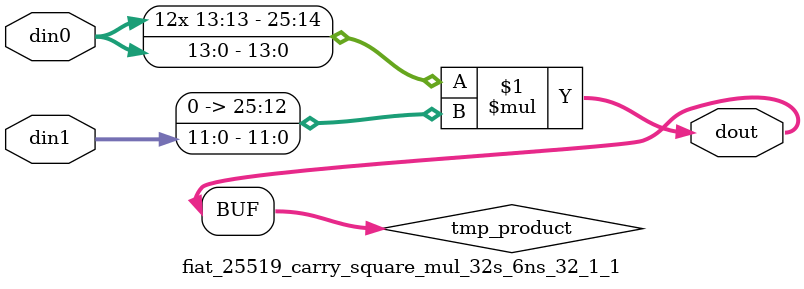
<source format=v>

`timescale 1 ns / 1 ps

  module fiat_25519_carry_square_mul_32s_6ns_32_1_1(din0, din1, dout);
parameter ID = 1;
parameter NUM_STAGE = 0;
parameter din0_WIDTH = 14;
parameter din1_WIDTH = 12;
parameter dout_WIDTH = 26;

input [din0_WIDTH - 1 : 0] din0; 
input [din1_WIDTH - 1 : 0] din1; 
output [dout_WIDTH - 1 : 0] dout;

wire signed [dout_WIDTH - 1 : 0] tmp_product;












assign tmp_product = $signed(din0) * $signed({1'b0, din1});









assign dout = tmp_product;







endmodule

</source>
